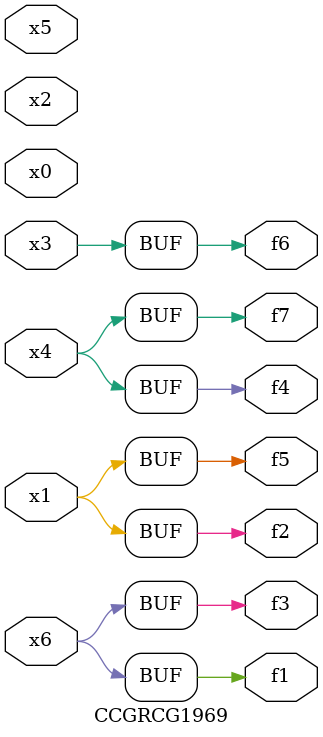
<source format=v>
module CCGRCG1969(
	input x0, x1, x2, x3, x4, x5, x6,
	output f1, f2, f3, f4, f5, f6, f7
);
	assign f1 = x6;
	assign f2 = x1;
	assign f3 = x6;
	assign f4 = x4;
	assign f5 = x1;
	assign f6 = x3;
	assign f7 = x4;
endmodule

</source>
